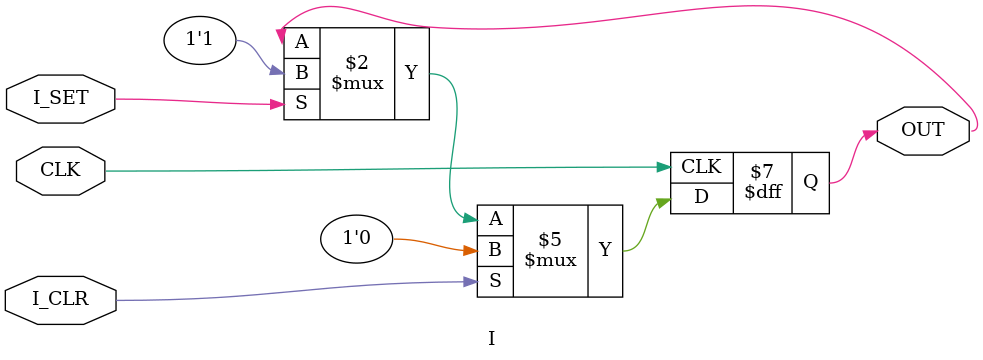
<source format=sv>
`timescale 1ns / 1ps


module I(
    input I_SET,
    input I_CLR,
    input CLK,
    output logic OUT
    );
    
    always_ff@(posedge CLK)
        if (I_CLR)
            OUT <= 0;
        else if (I_SET)
            OUT <= 1;
endmodule

</source>
